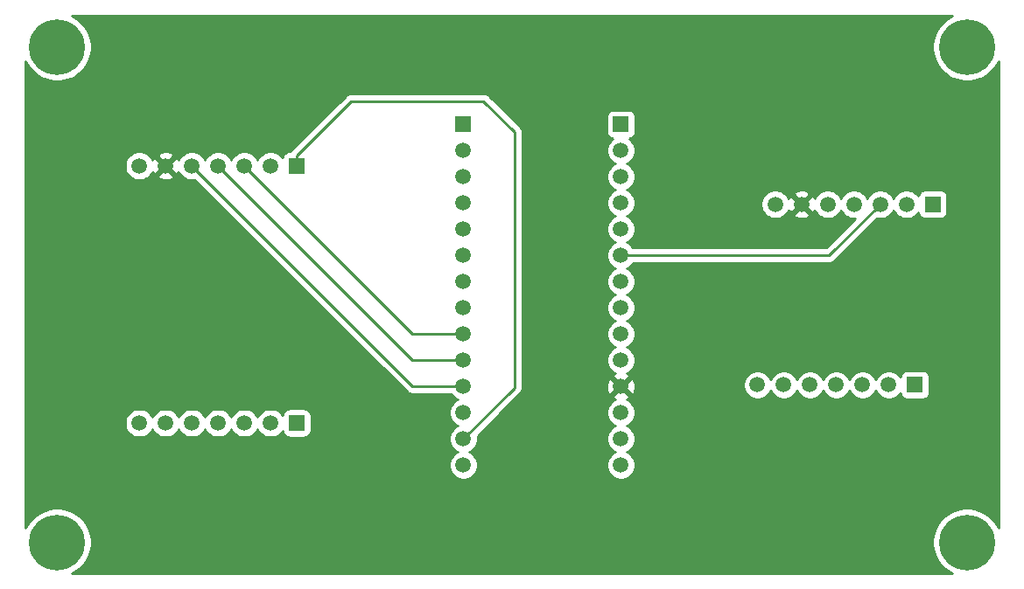
<source format=gbr>
G04 #@! TF.GenerationSoftware,KiCad,Pcbnew,5.1.4+dfsg1-1*
G04 #@! TF.CreationDate,2020-01-05T16:23:31-08:00*
G04 #@! TF.ProjectId,distance_meter_hardware,64697374-616e-4636-955f-6d657465725f,rev?*
G04 #@! TF.SameCoordinates,Original*
G04 #@! TF.FileFunction,Copper,L1,Top*
G04 #@! TF.FilePolarity,Positive*
%FSLAX46Y46*%
G04 Gerber Fmt 4.6, Leading zero omitted, Abs format (unit mm)*
G04 Created by KiCad (PCBNEW 5.1.4+dfsg1-1) date 2020-01-05 16:23:31*
%MOMM*%
%LPD*%
G04 APERTURE LIST*
%ADD10C,1.520000*%
%ADD11R,1.520000X1.520000*%
%ADD12C,5.400000*%
%ADD13C,0.254000*%
G04 APERTURE END LIST*
D10*
X131640000Y-60020005D03*
X134180000Y-60020005D03*
X136720000Y-60020005D03*
X139260000Y-60020005D03*
X141800000Y-60020005D03*
X144340000Y-60020005D03*
D11*
X146880000Y-60020005D03*
X145150000Y-77520005D03*
D10*
X142610000Y-77520005D03*
X140070000Y-77520005D03*
X137530000Y-77520005D03*
X134990000Y-77520005D03*
X132450000Y-77520005D03*
X129910000Y-77520005D03*
X101470000Y-85280000D03*
X101470000Y-82740000D03*
X101470000Y-80200000D03*
X101470000Y-77660000D03*
X101470000Y-75120000D03*
X101470000Y-72580000D03*
X101470000Y-70040000D03*
X101470000Y-67500000D03*
X101470000Y-64960000D03*
X101470000Y-62420000D03*
X101470000Y-59880000D03*
X101470000Y-57340000D03*
D11*
X101470000Y-52260000D03*
D10*
X101470000Y-54800000D03*
X116710000Y-54800000D03*
D11*
X116710000Y-52260000D03*
D10*
X116710000Y-57340000D03*
X116710000Y-59880000D03*
X116710000Y-62420000D03*
X116710000Y-64960000D03*
X116710000Y-67500000D03*
X116710000Y-70040000D03*
X116710000Y-72580000D03*
X116710000Y-75120000D03*
X116710000Y-77660000D03*
X116710000Y-80200000D03*
X116710000Y-82740000D03*
X116710000Y-85280000D03*
D11*
X85350000Y-56300000D03*
D10*
X82810000Y-56300000D03*
X80270000Y-56300000D03*
X77730000Y-56300000D03*
X75190000Y-56300000D03*
X72650000Y-56300000D03*
X70110000Y-56300000D03*
X70110000Y-81210000D03*
X72650000Y-81210000D03*
X75190000Y-81210000D03*
X77730000Y-81210000D03*
X80270000Y-81210000D03*
X82810000Y-81210000D03*
D11*
X85350000Y-81210000D03*
D12*
X150170000Y-44770000D03*
X150170000Y-92770000D03*
X62170000Y-92770000D03*
X62170000Y-44770000D03*
D13*
X136860005Y-64960000D02*
X141800000Y-60020005D01*
X116710000Y-64960000D02*
X136860005Y-64960000D01*
X85350000Y-55286000D02*
X90616000Y-50020000D01*
X85350000Y-56300000D02*
X85350000Y-55286000D01*
X90616000Y-50020000D02*
X103420000Y-50020000D01*
X103420000Y-50020000D02*
X106420000Y-53020000D01*
X106420000Y-77790000D02*
X101470000Y-82740000D01*
X106420000Y-53020000D02*
X106420000Y-77790000D01*
X96550000Y-77660000D02*
X75190000Y-56300000D01*
X101470000Y-77660000D02*
X96550000Y-77660000D01*
X96550000Y-75120000D02*
X77730000Y-56300000D01*
X101470000Y-75120000D02*
X96550000Y-75120000D01*
X96550000Y-72580000D02*
X80270000Y-56300000D01*
X101470000Y-72580000D02*
X96550000Y-72580000D01*
G36*
X148590285Y-41814561D02*
G01*
X148044061Y-42179536D01*
X147579536Y-42644061D01*
X147214561Y-43190285D01*
X146963162Y-43797216D01*
X146835000Y-44441531D01*
X146835000Y-45098469D01*
X146963162Y-45742784D01*
X147214561Y-46349715D01*
X147579536Y-46895939D01*
X148044061Y-47360464D01*
X148590285Y-47725439D01*
X149197216Y-47976838D01*
X149841531Y-48105000D01*
X150498469Y-48105000D01*
X151142784Y-47976838D01*
X151749715Y-47725439D01*
X152295939Y-47360464D01*
X152760464Y-46895939D01*
X153125439Y-46349715D01*
X153210000Y-46145567D01*
X153210001Y-91394436D01*
X153125439Y-91190285D01*
X152760464Y-90644061D01*
X152295939Y-90179536D01*
X151749715Y-89814561D01*
X151142784Y-89563162D01*
X150498469Y-89435000D01*
X149841531Y-89435000D01*
X149197216Y-89563162D01*
X148590285Y-89814561D01*
X148044061Y-90179536D01*
X147579536Y-90644061D01*
X147214561Y-91190285D01*
X146963162Y-91797216D01*
X146835000Y-92441531D01*
X146835000Y-93098469D01*
X146963162Y-93742784D01*
X147214561Y-94349715D01*
X147579536Y-94895939D01*
X148044061Y-95360464D01*
X148590285Y-95725439D01*
X148794433Y-95810000D01*
X63545567Y-95810000D01*
X63749715Y-95725439D01*
X64295939Y-95360464D01*
X64760464Y-94895939D01*
X65125439Y-94349715D01*
X65376838Y-93742784D01*
X65505000Y-93098469D01*
X65505000Y-92441531D01*
X65376838Y-91797216D01*
X65125439Y-91190285D01*
X64760464Y-90644061D01*
X64295939Y-90179536D01*
X63749715Y-89814561D01*
X63142784Y-89563162D01*
X62498469Y-89435000D01*
X61841531Y-89435000D01*
X61197216Y-89563162D01*
X60590285Y-89814561D01*
X60044061Y-90179536D01*
X59579536Y-90644061D01*
X59214561Y-91190285D01*
X59130000Y-91394433D01*
X59130000Y-81072604D01*
X68715000Y-81072604D01*
X68715000Y-81347396D01*
X68768609Y-81616907D01*
X68873767Y-81870780D01*
X69026433Y-82099261D01*
X69220739Y-82293567D01*
X69449220Y-82446233D01*
X69703093Y-82551391D01*
X69972604Y-82605000D01*
X70247396Y-82605000D01*
X70516907Y-82551391D01*
X70770780Y-82446233D01*
X70999261Y-82293567D01*
X71193567Y-82099261D01*
X71346233Y-81870780D01*
X71380000Y-81789260D01*
X71413767Y-81870780D01*
X71566433Y-82099261D01*
X71760739Y-82293567D01*
X71989220Y-82446233D01*
X72243093Y-82551391D01*
X72512604Y-82605000D01*
X72787396Y-82605000D01*
X73056907Y-82551391D01*
X73310780Y-82446233D01*
X73539261Y-82293567D01*
X73733567Y-82099261D01*
X73886233Y-81870780D01*
X73920000Y-81789260D01*
X73953767Y-81870780D01*
X74106433Y-82099261D01*
X74300739Y-82293567D01*
X74529220Y-82446233D01*
X74783093Y-82551391D01*
X75052604Y-82605000D01*
X75327396Y-82605000D01*
X75596907Y-82551391D01*
X75850780Y-82446233D01*
X76079261Y-82293567D01*
X76273567Y-82099261D01*
X76426233Y-81870780D01*
X76460000Y-81789260D01*
X76493767Y-81870780D01*
X76646433Y-82099261D01*
X76840739Y-82293567D01*
X77069220Y-82446233D01*
X77323093Y-82551391D01*
X77592604Y-82605000D01*
X77867396Y-82605000D01*
X78136907Y-82551391D01*
X78390780Y-82446233D01*
X78619261Y-82293567D01*
X78813567Y-82099261D01*
X78966233Y-81870780D01*
X79000000Y-81789260D01*
X79033767Y-81870780D01*
X79186433Y-82099261D01*
X79380739Y-82293567D01*
X79609220Y-82446233D01*
X79863093Y-82551391D01*
X80132604Y-82605000D01*
X80407396Y-82605000D01*
X80676907Y-82551391D01*
X80930780Y-82446233D01*
X81159261Y-82293567D01*
X81353567Y-82099261D01*
X81506233Y-81870780D01*
X81540000Y-81789260D01*
X81573767Y-81870780D01*
X81726433Y-82099261D01*
X81920739Y-82293567D01*
X82149220Y-82446233D01*
X82403093Y-82551391D01*
X82672604Y-82605000D01*
X82947396Y-82605000D01*
X83216907Y-82551391D01*
X83470780Y-82446233D01*
X83699261Y-82293567D01*
X83893567Y-82099261D01*
X83955526Y-82006533D01*
X83964188Y-82094482D01*
X84000498Y-82214180D01*
X84059463Y-82324494D01*
X84138815Y-82421185D01*
X84235506Y-82500537D01*
X84345820Y-82559502D01*
X84465518Y-82595812D01*
X84590000Y-82608072D01*
X86110000Y-82608072D01*
X86234482Y-82595812D01*
X86354180Y-82559502D01*
X86464494Y-82500537D01*
X86561185Y-82421185D01*
X86640537Y-82324494D01*
X86699502Y-82214180D01*
X86735812Y-82094482D01*
X86748072Y-81970000D01*
X86748072Y-80450000D01*
X86735812Y-80325518D01*
X86699502Y-80205820D01*
X86640537Y-80095506D01*
X86561185Y-79998815D01*
X86464494Y-79919463D01*
X86354180Y-79860498D01*
X86234482Y-79824188D01*
X86110000Y-79811928D01*
X84590000Y-79811928D01*
X84465518Y-79824188D01*
X84345820Y-79860498D01*
X84235506Y-79919463D01*
X84138815Y-79998815D01*
X84059463Y-80095506D01*
X84000498Y-80205820D01*
X83964188Y-80325518D01*
X83955526Y-80413467D01*
X83893567Y-80320739D01*
X83699261Y-80126433D01*
X83470780Y-79973767D01*
X83216907Y-79868609D01*
X82947396Y-79815000D01*
X82672604Y-79815000D01*
X82403093Y-79868609D01*
X82149220Y-79973767D01*
X81920739Y-80126433D01*
X81726433Y-80320739D01*
X81573767Y-80549220D01*
X81540000Y-80630740D01*
X81506233Y-80549220D01*
X81353567Y-80320739D01*
X81159261Y-80126433D01*
X80930780Y-79973767D01*
X80676907Y-79868609D01*
X80407396Y-79815000D01*
X80132604Y-79815000D01*
X79863093Y-79868609D01*
X79609220Y-79973767D01*
X79380739Y-80126433D01*
X79186433Y-80320739D01*
X79033767Y-80549220D01*
X79000000Y-80630740D01*
X78966233Y-80549220D01*
X78813567Y-80320739D01*
X78619261Y-80126433D01*
X78390780Y-79973767D01*
X78136907Y-79868609D01*
X77867396Y-79815000D01*
X77592604Y-79815000D01*
X77323093Y-79868609D01*
X77069220Y-79973767D01*
X76840739Y-80126433D01*
X76646433Y-80320739D01*
X76493767Y-80549220D01*
X76460000Y-80630740D01*
X76426233Y-80549220D01*
X76273567Y-80320739D01*
X76079261Y-80126433D01*
X75850780Y-79973767D01*
X75596907Y-79868609D01*
X75327396Y-79815000D01*
X75052604Y-79815000D01*
X74783093Y-79868609D01*
X74529220Y-79973767D01*
X74300739Y-80126433D01*
X74106433Y-80320739D01*
X73953767Y-80549220D01*
X73920000Y-80630740D01*
X73886233Y-80549220D01*
X73733567Y-80320739D01*
X73539261Y-80126433D01*
X73310780Y-79973767D01*
X73056907Y-79868609D01*
X72787396Y-79815000D01*
X72512604Y-79815000D01*
X72243093Y-79868609D01*
X71989220Y-79973767D01*
X71760739Y-80126433D01*
X71566433Y-80320739D01*
X71413767Y-80549220D01*
X71380000Y-80630740D01*
X71346233Y-80549220D01*
X71193567Y-80320739D01*
X70999261Y-80126433D01*
X70770780Y-79973767D01*
X70516907Y-79868609D01*
X70247396Y-79815000D01*
X69972604Y-79815000D01*
X69703093Y-79868609D01*
X69449220Y-79973767D01*
X69220739Y-80126433D01*
X69026433Y-80320739D01*
X68873767Y-80549220D01*
X68768609Y-80803093D01*
X68715000Y-81072604D01*
X59130000Y-81072604D01*
X59130000Y-56162604D01*
X68715000Y-56162604D01*
X68715000Y-56437396D01*
X68768609Y-56706907D01*
X68873767Y-56960780D01*
X69026433Y-57189261D01*
X69220739Y-57383567D01*
X69449220Y-57536233D01*
X69703093Y-57641391D01*
X69972604Y-57695000D01*
X70247396Y-57695000D01*
X70516907Y-57641391D01*
X70770780Y-57536233D01*
X70999261Y-57383567D01*
X71118691Y-57264137D01*
X71865469Y-57264137D01*
X71932206Y-57504025D01*
X72180892Y-57620924D01*
X72447606Y-57687061D01*
X72722097Y-57699895D01*
X72993817Y-57658931D01*
X73252326Y-57565744D01*
X73367794Y-57504025D01*
X73434531Y-57264137D01*
X72650000Y-56479605D01*
X71865469Y-57264137D01*
X71118691Y-57264137D01*
X71193567Y-57189261D01*
X71346233Y-56960780D01*
X71377830Y-56884499D01*
X71384256Y-56902326D01*
X71445975Y-57017794D01*
X71685863Y-57084531D01*
X72470395Y-56300000D01*
X72829605Y-56300000D01*
X73614137Y-57084531D01*
X73854025Y-57017794D01*
X73919600Y-56878293D01*
X73953767Y-56960780D01*
X74106433Y-57189261D01*
X74300739Y-57383567D01*
X74529220Y-57536233D01*
X74783093Y-57641391D01*
X75052604Y-57695000D01*
X75327396Y-57695000D01*
X75477510Y-57665140D01*
X95984716Y-78172346D01*
X96008578Y-78201422D01*
X96082219Y-78261857D01*
X96124607Y-78296645D01*
X96169761Y-78320780D01*
X96256985Y-78367402D01*
X96400622Y-78410974D01*
X96512574Y-78422000D01*
X96512577Y-78422000D01*
X96550000Y-78425686D01*
X96587423Y-78422000D01*
X100301400Y-78422000D01*
X100386433Y-78549261D01*
X100580739Y-78743567D01*
X100809220Y-78896233D01*
X100890740Y-78930000D01*
X100809220Y-78963767D01*
X100580739Y-79116433D01*
X100386433Y-79310739D01*
X100233767Y-79539220D01*
X100128609Y-79793093D01*
X100075000Y-80062604D01*
X100075000Y-80337396D01*
X100128609Y-80606907D01*
X100233767Y-80860780D01*
X100386433Y-81089261D01*
X100580739Y-81283567D01*
X100809220Y-81436233D01*
X100890740Y-81470000D01*
X100809220Y-81503767D01*
X100580739Y-81656433D01*
X100386433Y-81850739D01*
X100233767Y-82079220D01*
X100128609Y-82333093D01*
X100075000Y-82602604D01*
X100075000Y-82877396D01*
X100128609Y-83146907D01*
X100233767Y-83400780D01*
X100386433Y-83629261D01*
X100580739Y-83823567D01*
X100809220Y-83976233D01*
X100890740Y-84010000D01*
X100809220Y-84043767D01*
X100580739Y-84196433D01*
X100386433Y-84390739D01*
X100233767Y-84619220D01*
X100128609Y-84873093D01*
X100075000Y-85142604D01*
X100075000Y-85417396D01*
X100128609Y-85686907D01*
X100233767Y-85940780D01*
X100386433Y-86169261D01*
X100580739Y-86363567D01*
X100809220Y-86516233D01*
X101063093Y-86621391D01*
X101332604Y-86675000D01*
X101607396Y-86675000D01*
X101876907Y-86621391D01*
X102130780Y-86516233D01*
X102359261Y-86363567D01*
X102553567Y-86169261D01*
X102706233Y-85940780D01*
X102811391Y-85686907D01*
X102865000Y-85417396D01*
X102865000Y-85142604D01*
X102811391Y-84873093D01*
X102706233Y-84619220D01*
X102553567Y-84390739D01*
X102359261Y-84196433D01*
X102130780Y-84043767D01*
X102049260Y-84010000D01*
X102130780Y-83976233D01*
X102359261Y-83823567D01*
X102553567Y-83629261D01*
X102706233Y-83400780D01*
X102811391Y-83146907D01*
X102865000Y-82877396D01*
X102865000Y-82602604D01*
X102835140Y-82452490D01*
X105225026Y-80062604D01*
X115315000Y-80062604D01*
X115315000Y-80337396D01*
X115368609Y-80606907D01*
X115473767Y-80860780D01*
X115626433Y-81089261D01*
X115820739Y-81283567D01*
X116049220Y-81436233D01*
X116130740Y-81470000D01*
X116049220Y-81503767D01*
X115820739Y-81656433D01*
X115626433Y-81850739D01*
X115473767Y-82079220D01*
X115368609Y-82333093D01*
X115315000Y-82602604D01*
X115315000Y-82877396D01*
X115368609Y-83146907D01*
X115473767Y-83400780D01*
X115626433Y-83629261D01*
X115820739Y-83823567D01*
X116049220Y-83976233D01*
X116130740Y-84010000D01*
X116049220Y-84043767D01*
X115820739Y-84196433D01*
X115626433Y-84390739D01*
X115473767Y-84619220D01*
X115368609Y-84873093D01*
X115315000Y-85142604D01*
X115315000Y-85417396D01*
X115368609Y-85686907D01*
X115473767Y-85940780D01*
X115626433Y-86169261D01*
X115820739Y-86363567D01*
X116049220Y-86516233D01*
X116303093Y-86621391D01*
X116572604Y-86675000D01*
X116847396Y-86675000D01*
X117116907Y-86621391D01*
X117370780Y-86516233D01*
X117599261Y-86363567D01*
X117793567Y-86169261D01*
X117946233Y-85940780D01*
X118051391Y-85686907D01*
X118105000Y-85417396D01*
X118105000Y-85142604D01*
X118051391Y-84873093D01*
X117946233Y-84619220D01*
X117793567Y-84390739D01*
X117599261Y-84196433D01*
X117370780Y-84043767D01*
X117289260Y-84010000D01*
X117370780Y-83976233D01*
X117599261Y-83823567D01*
X117793567Y-83629261D01*
X117946233Y-83400780D01*
X118051391Y-83146907D01*
X118105000Y-82877396D01*
X118105000Y-82602604D01*
X118051391Y-82333093D01*
X117946233Y-82079220D01*
X117793567Y-81850739D01*
X117599261Y-81656433D01*
X117370780Y-81503767D01*
X117289260Y-81470000D01*
X117370780Y-81436233D01*
X117599261Y-81283567D01*
X117793567Y-81089261D01*
X117946233Y-80860780D01*
X118051391Y-80606907D01*
X118105000Y-80337396D01*
X118105000Y-80062604D01*
X118051391Y-79793093D01*
X117946233Y-79539220D01*
X117793567Y-79310739D01*
X117599261Y-79116433D01*
X117370780Y-78963767D01*
X117294499Y-78932170D01*
X117312326Y-78925744D01*
X117427794Y-78864025D01*
X117494531Y-78624137D01*
X116710000Y-77839605D01*
X115925469Y-78624137D01*
X115992206Y-78864025D01*
X116131707Y-78929600D01*
X116049220Y-78963767D01*
X115820739Y-79116433D01*
X115626433Y-79310739D01*
X115473767Y-79539220D01*
X115368609Y-79793093D01*
X115315000Y-80062604D01*
X105225026Y-80062604D01*
X106932352Y-78355279D01*
X106961422Y-78331422D01*
X107056645Y-78215392D01*
X107127402Y-78083015D01*
X107170974Y-77939378D01*
X107182000Y-77827426D01*
X107182000Y-77827424D01*
X107185686Y-77790001D01*
X107182000Y-77752578D01*
X107182000Y-77732097D01*
X115310105Y-77732097D01*
X115351069Y-78003817D01*
X115444256Y-78262326D01*
X115505975Y-78377794D01*
X115745863Y-78444531D01*
X116530395Y-77660000D01*
X116889605Y-77660000D01*
X117674137Y-78444531D01*
X117914025Y-78377794D01*
X118030924Y-78129108D01*
X118097061Y-77862394D01*
X118109895Y-77587903D01*
X118078946Y-77382609D01*
X128515000Y-77382609D01*
X128515000Y-77657401D01*
X128568609Y-77926912D01*
X128673767Y-78180785D01*
X128826433Y-78409266D01*
X129020739Y-78603572D01*
X129249220Y-78756238D01*
X129503093Y-78861396D01*
X129772604Y-78915005D01*
X130047396Y-78915005D01*
X130316907Y-78861396D01*
X130570780Y-78756238D01*
X130799261Y-78603572D01*
X130993567Y-78409266D01*
X131146233Y-78180785D01*
X131180000Y-78099265D01*
X131213767Y-78180785D01*
X131366433Y-78409266D01*
X131560739Y-78603572D01*
X131789220Y-78756238D01*
X132043093Y-78861396D01*
X132312604Y-78915005D01*
X132587396Y-78915005D01*
X132856907Y-78861396D01*
X133110780Y-78756238D01*
X133339261Y-78603572D01*
X133533567Y-78409266D01*
X133686233Y-78180785D01*
X133720000Y-78099265D01*
X133753767Y-78180785D01*
X133906433Y-78409266D01*
X134100739Y-78603572D01*
X134329220Y-78756238D01*
X134583093Y-78861396D01*
X134852604Y-78915005D01*
X135127396Y-78915005D01*
X135396907Y-78861396D01*
X135650780Y-78756238D01*
X135879261Y-78603572D01*
X136073567Y-78409266D01*
X136226233Y-78180785D01*
X136260000Y-78099265D01*
X136293767Y-78180785D01*
X136446433Y-78409266D01*
X136640739Y-78603572D01*
X136869220Y-78756238D01*
X137123093Y-78861396D01*
X137392604Y-78915005D01*
X137667396Y-78915005D01*
X137936907Y-78861396D01*
X138190780Y-78756238D01*
X138419261Y-78603572D01*
X138613567Y-78409266D01*
X138766233Y-78180785D01*
X138800000Y-78099265D01*
X138833767Y-78180785D01*
X138986433Y-78409266D01*
X139180739Y-78603572D01*
X139409220Y-78756238D01*
X139663093Y-78861396D01*
X139932604Y-78915005D01*
X140207396Y-78915005D01*
X140476907Y-78861396D01*
X140730780Y-78756238D01*
X140959261Y-78603572D01*
X141153567Y-78409266D01*
X141306233Y-78180785D01*
X141340000Y-78099265D01*
X141373767Y-78180785D01*
X141526433Y-78409266D01*
X141720739Y-78603572D01*
X141949220Y-78756238D01*
X142203093Y-78861396D01*
X142472604Y-78915005D01*
X142747396Y-78915005D01*
X143016907Y-78861396D01*
X143270780Y-78756238D01*
X143499261Y-78603572D01*
X143693567Y-78409266D01*
X143755526Y-78316538D01*
X143764188Y-78404487D01*
X143800498Y-78524185D01*
X143859463Y-78634499D01*
X143938815Y-78731190D01*
X144035506Y-78810542D01*
X144145820Y-78869507D01*
X144265518Y-78905817D01*
X144390000Y-78918077D01*
X145910000Y-78918077D01*
X146034482Y-78905817D01*
X146154180Y-78869507D01*
X146264494Y-78810542D01*
X146361185Y-78731190D01*
X146440537Y-78634499D01*
X146499502Y-78524185D01*
X146535812Y-78404487D01*
X146548072Y-78280005D01*
X146548072Y-76760005D01*
X146535812Y-76635523D01*
X146499502Y-76515825D01*
X146440537Y-76405511D01*
X146361185Y-76308820D01*
X146264494Y-76229468D01*
X146154180Y-76170503D01*
X146034482Y-76134193D01*
X145910000Y-76121933D01*
X144390000Y-76121933D01*
X144265518Y-76134193D01*
X144145820Y-76170503D01*
X144035506Y-76229468D01*
X143938815Y-76308820D01*
X143859463Y-76405511D01*
X143800498Y-76515825D01*
X143764188Y-76635523D01*
X143755526Y-76723472D01*
X143693567Y-76630744D01*
X143499261Y-76436438D01*
X143270780Y-76283772D01*
X143016907Y-76178614D01*
X142747396Y-76125005D01*
X142472604Y-76125005D01*
X142203093Y-76178614D01*
X141949220Y-76283772D01*
X141720739Y-76436438D01*
X141526433Y-76630744D01*
X141373767Y-76859225D01*
X141340000Y-76940745D01*
X141306233Y-76859225D01*
X141153567Y-76630744D01*
X140959261Y-76436438D01*
X140730780Y-76283772D01*
X140476907Y-76178614D01*
X140207396Y-76125005D01*
X139932604Y-76125005D01*
X139663093Y-76178614D01*
X139409220Y-76283772D01*
X139180739Y-76436438D01*
X138986433Y-76630744D01*
X138833767Y-76859225D01*
X138800000Y-76940745D01*
X138766233Y-76859225D01*
X138613567Y-76630744D01*
X138419261Y-76436438D01*
X138190780Y-76283772D01*
X137936907Y-76178614D01*
X137667396Y-76125005D01*
X137392604Y-76125005D01*
X137123093Y-76178614D01*
X136869220Y-76283772D01*
X136640739Y-76436438D01*
X136446433Y-76630744D01*
X136293767Y-76859225D01*
X136260000Y-76940745D01*
X136226233Y-76859225D01*
X136073567Y-76630744D01*
X135879261Y-76436438D01*
X135650780Y-76283772D01*
X135396907Y-76178614D01*
X135127396Y-76125005D01*
X134852604Y-76125005D01*
X134583093Y-76178614D01*
X134329220Y-76283772D01*
X134100739Y-76436438D01*
X133906433Y-76630744D01*
X133753767Y-76859225D01*
X133720000Y-76940745D01*
X133686233Y-76859225D01*
X133533567Y-76630744D01*
X133339261Y-76436438D01*
X133110780Y-76283772D01*
X132856907Y-76178614D01*
X132587396Y-76125005D01*
X132312604Y-76125005D01*
X132043093Y-76178614D01*
X131789220Y-76283772D01*
X131560739Y-76436438D01*
X131366433Y-76630744D01*
X131213767Y-76859225D01*
X131180000Y-76940745D01*
X131146233Y-76859225D01*
X130993567Y-76630744D01*
X130799261Y-76436438D01*
X130570780Y-76283772D01*
X130316907Y-76178614D01*
X130047396Y-76125005D01*
X129772604Y-76125005D01*
X129503093Y-76178614D01*
X129249220Y-76283772D01*
X129020739Y-76436438D01*
X128826433Y-76630744D01*
X128673767Y-76859225D01*
X128568609Y-77113098D01*
X128515000Y-77382609D01*
X118078946Y-77382609D01*
X118068931Y-77316183D01*
X117975744Y-77057674D01*
X117914025Y-76942206D01*
X117674137Y-76875469D01*
X116889605Y-77660000D01*
X116530395Y-77660000D01*
X115745863Y-76875469D01*
X115505975Y-76942206D01*
X115389076Y-77190892D01*
X115322939Y-77457606D01*
X115310105Y-77732097D01*
X107182000Y-77732097D01*
X107182000Y-53057423D01*
X107185686Y-53020000D01*
X107182000Y-52982574D01*
X107170974Y-52870622D01*
X107127402Y-52726985D01*
X107056646Y-52594609D01*
X107056645Y-52594607D01*
X107021857Y-52552219D01*
X106961422Y-52478578D01*
X106932347Y-52454717D01*
X105977630Y-51500000D01*
X115311928Y-51500000D01*
X115311928Y-53020000D01*
X115324188Y-53144482D01*
X115360498Y-53264180D01*
X115419463Y-53374494D01*
X115498815Y-53471185D01*
X115595506Y-53550537D01*
X115705820Y-53609502D01*
X115825518Y-53645812D01*
X115913467Y-53654474D01*
X115820739Y-53716433D01*
X115626433Y-53910739D01*
X115473767Y-54139220D01*
X115368609Y-54393093D01*
X115315000Y-54662604D01*
X115315000Y-54937396D01*
X115368609Y-55206907D01*
X115473767Y-55460780D01*
X115626433Y-55689261D01*
X115820739Y-55883567D01*
X116049220Y-56036233D01*
X116130740Y-56070000D01*
X116049220Y-56103767D01*
X115820739Y-56256433D01*
X115626433Y-56450739D01*
X115473767Y-56679220D01*
X115368609Y-56933093D01*
X115315000Y-57202604D01*
X115315000Y-57477396D01*
X115368609Y-57746907D01*
X115473767Y-58000780D01*
X115626433Y-58229261D01*
X115820739Y-58423567D01*
X116049220Y-58576233D01*
X116130740Y-58610000D01*
X116049220Y-58643767D01*
X115820739Y-58796433D01*
X115626433Y-58990739D01*
X115473767Y-59219220D01*
X115368609Y-59473093D01*
X115315000Y-59742604D01*
X115315000Y-60017396D01*
X115368609Y-60286907D01*
X115473767Y-60540780D01*
X115626433Y-60769261D01*
X115820739Y-60963567D01*
X116049220Y-61116233D01*
X116130740Y-61150000D01*
X116049220Y-61183767D01*
X115820739Y-61336433D01*
X115626433Y-61530739D01*
X115473767Y-61759220D01*
X115368609Y-62013093D01*
X115315000Y-62282604D01*
X115315000Y-62557396D01*
X115368609Y-62826907D01*
X115473767Y-63080780D01*
X115626433Y-63309261D01*
X115820739Y-63503567D01*
X116049220Y-63656233D01*
X116130740Y-63690000D01*
X116049220Y-63723767D01*
X115820739Y-63876433D01*
X115626433Y-64070739D01*
X115473767Y-64299220D01*
X115368609Y-64553093D01*
X115315000Y-64822604D01*
X115315000Y-65097396D01*
X115368609Y-65366907D01*
X115473767Y-65620780D01*
X115626433Y-65849261D01*
X115820739Y-66043567D01*
X116049220Y-66196233D01*
X116130740Y-66230000D01*
X116049220Y-66263767D01*
X115820739Y-66416433D01*
X115626433Y-66610739D01*
X115473767Y-66839220D01*
X115368609Y-67093093D01*
X115315000Y-67362604D01*
X115315000Y-67637396D01*
X115368609Y-67906907D01*
X115473767Y-68160780D01*
X115626433Y-68389261D01*
X115820739Y-68583567D01*
X116049220Y-68736233D01*
X116130740Y-68770000D01*
X116049220Y-68803767D01*
X115820739Y-68956433D01*
X115626433Y-69150739D01*
X115473767Y-69379220D01*
X115368609Y-69633093D01*
X115315000Y-69902604D01*
X115315000Y-70177396D01*
X115368609Y-70446907D01*
X115473767Y-70700780D01*
X115626433Y-70929261D01*
X115820739Y-71123567D01*
X116049220Y-71276233D01*
X116130740Y-71310000D01*
X116049220Y-71343767D01*
X115820739Y-71496433D01*
X115626433Y-71690739D01*
X115473767Y-71919220D01*
X115368609Y-72173093D01*
X115315000Y-72442604D01*
X115315000Y-72717396D01*
X115368609Y-72986907D01*
X115473767Y-73240780D01*
X115626433Y-73469261D01*
X115820739Y-73663567D01*
X116049220Y-73816233D01*
X116130740Y-73850000D01*
X116049220Y-73883767D01*
X115820739Y-74036433D01*
X115626433Y-74230739D01*
X115473767Y-74459220D01*
X115368609Y-74713093D01*
X115315000Y-74982604D01*
X115315000Y-75257396D01*
X115368609Y-75526907D01*
X115473767Y-75780780D01*
X115626433Y-76009261D01*
X115820739Y-76203567D01*
X116049220Y-76356233D01*
X116125501Y-76387830D01*
X116107674Y-76394256D01*
X115992206Y-76455975D01*
X115925469Y-76695863D01*
X116710000Y-77480395D01*
X117494531Y-76695863D01*
X117427794Y-76455975D01*
X117288293Y-76390400D01*
X117370780Y-76356233D01*
X117599261Y-76203567D01*
X117793567Y-76009261D01*
X117946233Y-75780780D01*
X118051391Y-75526907D01*
X118105000Y-75257396D01*
X118105000Y-74982604D01*
X118051391Y-74713093D01*
X117946233Y-74459220D01*
X117793567Y-74230739D01*
X117599261Y-74036433D01*
X117370780Y-73883767D01*
X117289260Y-73850000D01*
X117370780Y-73816233D01*
X117599261Y-73663567D01*
X117793567Y-73469261D01*
X117946233Y-73240780D01*
X118051391Y-72986907D01*
X118105000Y-72717396D01*
X118105000Y-72442604D01*
X118051391Y-72173093D01*
X117946233Y-71919220D01*
X117793567Y-71690739D01*
X117599261Y-71496433D01*
X117370780Y-71343767D01*
X117289260Y-71310000D01*
X117370780Y-71276233D01*
X117599261Y-71123567D01*
X117793567Y-70929261D01*
X117946233Y-70700780D01*
X118051391Y-70446907D01*
X118105000Y-70177396D01*
X118105000Y-69902604D01*
X118051391Y-69633093D01*
X117946233Y-69379220D01*
X117793567Y-69150739D01*
X117599261Y-68956433D01*
X117370780Y-68803767D01*
X117289260Y-68770000D01*
X117370780Y-68736233D01*
X117599261Y-68583567D01*
X117793567Y-68389261D01*
X117946233Y-68160780D01*
X118051391Y-67906907D01*
X118105000Y-67637396D01*
X118105000Y-67362604D01*
X118051391Y-67093093D01*
X117946233Y-66839220D01*
X117793567Y-66610739D01*
X117599261Y-66416433D01*
X117370780Y-66263767D01*
X117289260Y-66230000D01*
X117370780Y-66196233D01*
X117599261Y-66043567D01*
X117793567Y-65849261D01*
X117878600Y-65722000D01*
X136822582Y-65722000D01*
X136860005Y-65725686D01*
X136897428Y-65722000D01*
X136897431Y-65722000D01*
X137009383Y-65710974D01*
X137153020Y-65667402D01*
X137285397Y-65596645D01*
X137401427Y-65501422D01*
X137425289Y-65472346D01*
X141512490Y-61385146D01*
X141662604Y-61415005D01*
X141937396Y-61415005D01*
X142206907Y-61361396D01*
X142460780Y-61256238D01*
X142689261Y-61103572D01*
X142883567Y-60909266D01*
X143036233Y-60680785D01*
X143070000Y-60599265D01*
X143103767Y-60680785D01*
X143256433Y-60909266D01*
X143450739Y-61103572D01*
X143679220Y-61256238D01*
X143933093Y-61361396D01*
X144202604Y-61415005D01*
X144477396Y-61415005D01*
X144746907Y-61361396D01*
X145000780Y-61256238D01*
X145229261Y-61103572D01*
X145423567Y-60909266D01*
X145485526Y-60816538D01*
X145494188Y-60904487D01*
X145530498Y-61024185D01*
X145589463Y-61134499D01*
X145668815Y-61231190D01*
X145765506Y-61310542D01*
X145875820Y-61369507D01*
X145995518Y-61405817D01*
X146120000Y-61418077D01*
X147640000Y-61418077D01*
X147764482Y-61405817D01*
X147884180Y-61369507D01*
X147994494Y-61310542D01*
X148091185Y-61231190D01*
X148170537Y-61134499D01*
X148229502Y-61024185D01*
X148265812Y-60904487D01*
X148278072Y-60780005D01*
X148278072Y-59260005D01*
X148265812Y-59135523D01*
X148229502Y-59015825D01*
X148170537Y-58905511D01*
X148091185Y-58808820D01*
X147994494Y-58729468D01*
X147884180Y-58670503D01*
X147764482Y-58634193D01*
X147640000Y-58621933D01*
X146120000Y-58621933D01*
X145995518Y-58634193D01*
X145875820Y-58670503D01*
X145765506Y-58729468D01*
X145668815Y-58808820D01*
X145589463Y-58905511D01*
X145530498Y-59015825D01*
X145494188Y-59135523D01*
X145485526Y-59223472D01*
X145423567Y-59130744D01*
X145229261Y-58936438D01*
X145000780Y-58783772D01*
X144746907Y-58678614D01*
X144477396Y-58625005D01*
X144202604Y-58625005D01*
X143933093Y-58678614D01*
X143679220Y-58783772D01*
X143450739Y-58936438D01*
X143256433Y-59130744D01*
X143103767Y-59359225D01*
X143070000Y-59440745D01*
X143036233Y-59359225D01*
X142883567Y-59130744D01*
X142689261Y-58936438D01*
X142460780Y-58783772D01*
X142206907Y-58678614D01*
X141937396Y-58625005D01*
X141662604Y-58625005D01*
X141393093Y-58678614D01*
X141139220Y-58783772D01*
X140910739Y-58936438D01*
X140716433Y-59130744D01*
X140563767Y-59359225D01*
X140530000Y-59440745D01*
X140496233Y-59359225D01*
X140343567Y-59130744D01*
X140149261Y-58936438D01*
X139920780Y-58783772D01*
X139666907Y-58678614D01*
X139397396Y-58625005D01*
X139122604Y-58625005D01*
X138853093Y-58678614D01*
X138599220Y-58783772D01*
X138370739Y-58936438D01*
X138176433Y-59130744D01*
X138023767Y-59359225D01*
X137990000Y-59440745D01*
X137956233Y-59359225D01*
X137803567Y-59130744D01*
X137609261Y-58936438D01*
X137380780Y-58783772D01*
X137126907Y-58678614D01*
X136857396Y-58625005D01*
X136582604Y-58625005D01*
X136313093Y-58678614D01*
X136059220Y-58783772D01*
X135830739Y-58936438D01*
X135636433Y-59130744D01*
X135483767Y-59359225D01*
X135452170Y-59435506D01*
X135445744Y-59417679D01*
X135384025Y-59302211D01*
X135144137Y-59235474D01*
X134359605Y-60020005D01*
X135144137Y-60804536D01*
X135384025Y-60737799D01*
X135449600Y-60598298D01*
X135483767Y-60680785D01*
X135636433Y-60909266D01*
X135830739Y-61103572D01*
X136059220Y-61256238D01*
X136313093Y-61361396D01*
X136582604Y-61415005D01*
X136857396Y-61415005D01*
X137126907Y-61361396D01*
X137380780Y-61256238D01*
X137609261Y-61103572D01*
X137803567Y-60909266D01*
X137956233Y-60680785D01*
X137990000Y-60599265D01*
X138023767Y-60680785D01*
X138176433Y-60909266D01*
X138370739Y-61103572D01*
X138599220Y-61256238D01*
X138853093Y-61361396D01*
X139122604Y-61415005D01*
X139327369Y-61415005D01*
X136544375Y-64198000D01*
X117878600Y-64198000D01*
X117793567Y-64070739D01*
X117599261Y-63876433D01*
X117370780Y-63723767D01*
X117289260Y-63690000D01*
X117370780Y-63656233D01*
X117599261Y-63503567D01*
X117793567Y-63309261D01*
X117946233Y-63080780D01*
X118051391Y-62826907D01*
X118105000Y-62557396D01*
X118105000Y-62282604D01*
X118051391Y-62013093D01*
X117946233Y-61759220D01*
X117793567Y-61530739D01*
X117599261Y-61336433D01*
X117370780Y-61183767D01*
X117289260Y-61150000D01*
X117370780Y-61116233D01*
X117599261Y-60963567D01*
X117793567Y-60769261D01*
X117946233Y-60540780D01*
X118051391Y-60286907D01*
X118105000Y-60017396D01*
X118105000Y-59882609D01*
X130245000Y-59882609D01*
X130245000Y-60157401D01*
X130298609Y-60426912D01*
X130403767Y-60680785D01*
X130556433Y-60909266D01*
X130750739Y-61103572D01*
X130979220Y-61256238D01*
X131233093Y-61361396D01*
X131502604Y-61415005D01*
X131777396Y-61415005D01*
X132046907Y-61361396D01*
X132300780Y-61256238D01*
X132529261Y-61103572D01*
X132648691Y-60984142D01*
X133395469Y-60984142D01*
X133462206Y-61224030D01*
X133710892Y-61340929D01*
X133977606Y-61407066D01*
X134252097Y-61419900D01*
X134523817Y-61378936D01*
X134782326Y-61285749D01*
X134897794Y-61224030D01*
X134964531Y-60984142D01*
X134180000Y-60199610D01*
X133395469Y-60984142D01*
X132648691Y-60984142D01*
X132723567Y-60909266D01*
X132876233Y-60680785D01*
X132907830Y-60604504D01*
X132914256Y-60622331D01*
X132975975Y-60737799D01*
X133215863Y-60804536D01*
X134000395Y-60020005D01*
X133215863Y-59235474D01*
X132975975Y-59302211D01*
X132910400Y-59441712D01*
X132876233Y-59359225D01*
X132723567Y-59130744D01*
X132648691Y-59055868D01*
X133395469Y-59055868D01*
X134180000Y-59840400D01*
X134964531Y-59055868D01*
X134897794Y-58815980D01*
X134649108Y-58699081D01*
X134382394Y-58632944D01*
X134107903Y-58620110D01*
X133836183Y-58661074D01*
X133577674Y-58754261D01*
X133462206Y-58815980D01*
X133395469Y-59055868D01*
X132648691Y-59055868D01*
X132529261Y-58936438D01*
X132300780Y-58783772D01*
X132046907Y-58678614D01*
X131777396Y-58625005D01*
X131502604Y-58625005D01*
X131233093Y-58678614D01*
X130979220Y-58783772D01*
X130750739Y-58936438D01*
X130556433Y-59130744D01*
X130403767Y-59359225D01*
X130298609Y-59613098D01*
X130245000Y-59882609D01*
X118105000Y-59882609D01*
X118105000Y-59742604D01*
X118051391Y-59473093D01*
X117946233Y-59219220D01*
X117793567Y-58990739D01*
X117599261Y-58796433D01*
X117370780Y-58643767D01*
X117289260Y-58610000D01*
X117370780Y-58576233D01*
X117599261Y-58423567D01*
X117793567Y-58229261D01*
X117946233Y-58000780D01*
X118051391Y-57746907D01*
X118105000Y-57477396D01*
X118105000Y-57202604D01*
X118051391Y-56933093D01*
X117946233Y-56679220D01*
X117793567Y-56450739D01*
X117599261Y-56256433D01*
X117370780Y-56103767D01*
X117289260Y-56070000D01*
X117370780Y-56036233D01*
X117599261Y-55883567D01*
X117793567Y-55689261D01*
X117946233Y-55460780D01*
X118051391Y-55206907D01*
X118105000Y-54937396D01*
X118105000Y-54662604D01*
X118051391Y-54393093D01*
X117946233Y-54139220D01*
X117793567Y-53910739D01*
X117599261Y-53716433D01*
X117506533Y-53654474D01*
X117594482Y-53645812D01*
X117714180Y-53609502D01*
X117824494Y-53550537D01*
X117921185Y-53471185D01*
X118000537Y-53374494D01*
X118059502Y-53264180D01*
X118095812Y-53144482D01*
X118108072Y-53020000D01*
X118108072Y-51500000D01*
X118095812Y-51375518D01*
X118059502Y-51255820D01*
X118000537Y-51145506D01*
X117921185Y-51048815D01*
X117824494Y-50969463D01*
X117714180Y-50910498D01*
X117594482Y-50874188D01*
X117470000Y-50861928D01*
X115950000Y-50861928D01*
X115825518Y-50874188D01*
X115705820Y-50910498D01*
X115595506Y-50969463D01*
X115498815Y-51048815D01*
X115419463Y-51145506D01*
X115360498Y-51255820D01*
X115324188Y-51375518D01*
X115311928Y-51500000D01*
X105977630Y-51500000D01*
X103985284Y-49507654D01*
X103961422Y-49478578D01*
X103845392Y-49383355D01*
X103713015Y-49312598D01*
X103569378Y-49269026D01*
X103457426Y-49258000D01*
X103457423Y-49258000D01*
X103420000Y-49254314D01*
X103382577Y-49258000D01*
X90653423Y-49258000D01*
X90616000Y-49254314D01*
X90578577Y-49258000D01*
X90578574Y-49258000D01*
X90466622Y-49269026D01*
X90322985Y-49312598D01*
X90261364Y-49345535D01*
X90190607Y-49383355D01*
X90148219Y-49418143D01*
X90074578Y-49478578D01*
X90050716Y-49507654D01*
X84837649Y-54720721D01*
X84808579Y-54744578D01*
X84784722Y-54773648D01*
X84784721Y-54773649D01*
X84713355Y-54860608D01*
X84691269Y-54901928D01*
X84590000Y-54901928D01*
X84465518Y-54914188D01*
X84345820Y-54950498D01*
X84235506Y-55009463D01*
X84138815Y-55088815D01*
X84059463Y-55185506D01*
X84000498Y-55295820D01*
X83964188Y-55415518D01*
X83955526Y-55503467D01*
X83893567Y-55410739D01*
X83699261Y-55216433D01*
X83470780Y-55063767D01*
X83216907Y-54958609D01*
X82947396Y-54905000D01*
X82672604Y-54905000D01*
X82403093Y-54958609D01*
X82149220Y-55063767D01*
X81920739Y-55216433D01*
X81726433Y-55410739D01*
X81573767Y-55639220D01*
X81540000Y-55720740D01*
X81506233Y-55639220D01*
X81353567Y-55410739D01*
X81159261Y-55216433D01*
X80930780Y-55063767D01*
X80676907Y-54958609D01*
X80407396Y-54905000D01*
X80132604Y-54905000D01*
X79863093Y-54958609D01*
X79609220Y-55063767D01*
X79380739Y-55216433D01*
X79186433Y-55410739D01*
X79033767Y-55639220D01*
X79000000Y-55720740D01*
X78966233Y-55639220D01*
X78813567Y-55410739D01*
X78619261Y-55216433D01*
X78390780Y-55063767D01*
X78136907Y-54958609D01*
X77867396Y-54905000D01*
X77592604Y-54905000D01*
X77323093Y-54958609D01*
X77069220Y-55063767D01*
X76840739Y-55216433D01*
X76646433Y-55410739D01*
X76493767Y-55639220D01*
X76460000Y-55720740D01*
X76426233Y-55639220D01*
X76273567Y-55410739D01*
X76079261Y-55216433D01*
X75850780Y-55063767D01*
X75596907Y-54958609D01*
X75327396Y-54905000D01*
X75052604Y-54905000D01*
X74783093Y-54958609D01*
X74529220Y-55063767D01*
X74300739Y-55216433D01*
X74106433Y-55410739D01*
X73953767Y-55639220D01*
X73922170Y-55715501D01*
X73915744Y-55697674D01*
X73854025Y-55582206D01*
X73614137Y-55515469D01*
X72829605Y-56300000D01*
X72470395Y-56300000D01*
X71685863Y-55515469D01*
X71445975Y-55582206D01*
X71380400Y-55721707D01*
X71346233Y-55639220D01*
X71193567Y-55410739D01*
X71118691Y-55335863D01*
X71865469Y-55335863D01*
X72650000Y-56120395D01*
X73434531Y-55335863D01*
X73367794Y-55095975D01*
X73119108Y-54979076D01*
X72852394Y-54912939D01*
X72577903Y-54900105D01*
X72306183Y-54941069D01*
X72047674Y-55034256D01*
X71932206Y-55095975D01*
X71865469Y-55335863D01*
X71118691Y-55335863D01*
X70999261Y-55216433D01*
X70770780Y-55063767D01*
X70516907Y-54958609D01*
X70247396Y-54905000D01*
X69972604Y-54905000D01*
X69703093Y-54958609D01*
X69449220Y-55063767D01*
X69220739Y-55216433D01*
X69026433Y-55410739D01*
X68873767Y-55639220D01*
X68768609Y-55893093D01*
X68715000Y-56162604D01*
X59130000Y-56162604D01*
X59130000Y-46145567D01*
X59214561Y-46349715D01*
X59579536Y-46895939D01*
X60044061Y-47360464D01*
X60590285Y-47725439D01*
X61197216Y-47976838D01*
X61841531Y-48105000D01*
X62498469Y-48105000D01*
X63142784Y-47976838D01*
X63749715Y-47725439D01*
X64295939Y-47360464D01*
X64760464Y-46895939D01*
X65125439Y-46349715D01*
X65376838Y-45742784D01*
X65505000Y-45098469D01*
X65505000Y-44441531D01*
X65376838Y-43797216D01*
X65125439Y-43190285D01*
X64760464Y-42644061D01*
X64295939Y-42179536D01*
X63749715Y-41814561D01*
X63545567Y-41730000D01*
X148794433Y-41730000D01*
X148590285Y-41814561D01*
X148590285Y-41814561D01*
G37*
X148590285Y-41814561D02*
X148044061Y-42179536D01*
X147579536Y-42644061D01*
X147214561Y-43190285D01*
X146963162Y-43797216D01*
X146835000Y-44441531D01*
X146835000Y-45098469D01*
X146963162Y-45742784D01*
X147214561Y-46349715D01*
X147579536Y-46895939D01*
X148044061Y-47360464D01*
X148590285Y-47725439D01*
X149197216Y-47976838D01*
X149841531Y-48105000D01*
X150498469Y-48105000D01*
X151142784Y-47976838D01*
X151749715Y-47725439D01*
X152295939Y-47360464D01*
X152760464Y-46895939D01*
X153125439Y-46349715D01*
X153210000Y-46145567D01*
X153210001Y-91394436D01*
X153125439Y-91190285D01*
X152760464Y-90644061D01*
X152295939Y-90179536D01*
X151749715Y-89814561D01*
X151142784Y-89563162D01*
X150498469Y-89435000D01*
X149841531Y-89435000D01*
X149197216Y-89563162D01*
X148590285Y-89814561D01*
X148044061Y-90179536D01*
X147579536Y-90644061D01*
X147214561Y-91190285D01*
X146963162Y-91797216D01*
X146835000Y-92441531D01*
X146835000Y-93098469D01*
X146963162Y-93742784D01*
X147214561Y-94349715D01*
X147579536Y-94895939D01*
X148044061Y-95360464D01*
X148590285Y-95725439D01*
X148794433Y-95810000D01*
X63545567Y-95810000D01*
X63749715Y-95725439D01*
X64295939Y-95360464D01*
X64760464Y-94895939D01*
X65125439Y-94349715D01*
X65376838Y-93742784D01*
X65505000Y-93098469D01*
X65505000Y-92441531D01*
X65376838Y-91797216D01*
X65125439Y-91190285D01*
X64760464Y-90644061D01*
X64295939Y-90179536D01*
X63749715Y-89814561D01*
X63142784Y-89563162D01*
X62498469Y-89435000D01*
X61841531Y-89435000D01*
X61197216Y-89563162D01*
X60590285Y-89814561D01*
X60044061Y-90179536D01*
X59579536Y-90644061D01*
X59214561Y-91190285D01*
X59130000Y-91394433D01*
X59130000Y-81072604D01*
X68715000Y-81072604D01*
X68715000Y-81347396D01*
X68768609Y-81616907D01*
X68873767Y-81870780D01*
X69026433Y-82099261D01*
X69220739Y-82293567D01*
X69449220Y-82446233D01*
X69703093Y-82551391D01*
X69972604Y-82605000D01*
X70247396Y-82605000D01*
X70516907Y-82551391D01*
X70770780Y-82446233D01*
X70999261Y-82293567D01*
X71193567Y-82099261D01*
X71346233Y-81870780D01*
X71380000Y-81789260D01*
X71413767Y-81870780D01*
X71566433Y-82099261D01*
X71760739Y-82293567D01*
X71989220Y-82446233D01*
X72243093Y-82551391D01*
X72512604Y-82605000D01*
X72787396Y-82605000D01*
X73056907Y-82551391D01*
X73310780Y-82446233D01*
X73539261Y-82293567D01*
X73733567Y-82099261D01*
X73886233Y-81870780D01*
X73920000Y-81789260D01*
X73953767Y-81870780D01*
X74106433Y-82099261D01*
X74300739Y-82293567D01*
X74529220Y-82446233D01*
X74783093Y-82551391D01*
X75052604Y-82605000D01*
X75327396Y-82605000D01*
X75596907Y-82551391D01*
X75850780Y-82446233D01*
X76079261Y-82293567D01*
X76273567Y-82099261D01*
X76426233Y-81870780D01*
X76460000Y-81789260D01*
X76493767Y-81870780D01*
X76646433Y-82099261D01*
X76840739Y-82293567D01*
X77069220Y-82446233D01*
X77323093Y-82551391D01*
X77592604Y-82605000D01*
X77867396Y-82605000D01*
X78136907Y-82551391D01*
X78390780Y-82446233D01*
X78619261Y-82293567D01*
X78813567Y-82099261D01*
X78966233Y-81870780D01*
X79000000Y-81789260D01*
X79033767Y-81870780D01*
X79186433Y-82099261D01*
X79380739Y-82293567D01*
X79609220Y-82446233D01*
X79863093Y-82551391D01*
X80132604Y-82605000D01*
X80407396Y-82605000D01*
X80676907Y-82551391D01*
X80930780Y-82446233D01*
X81159261Y-82293567D01*
X81353567Y-82099261D01*
X81506233Y-81870780D01*
X81540000Y-81789260D01*
X81573767Y-81870780D01*
X81726433Y-82099261D01*
X81920739Y-82293567D01*
X82149220Y-82446233D01*
X82403093Y-82551391D01*
X82672604Y-82605000D01*
X82947396Y-82605000D01*
X83216907Y-82551391D01*
X83470780Y-82446233D01*
X83699261Y-82293567D01*
X83893567Y-82099261D01*
X83955526Y-82006533D01*
X83964188Y-82094482D01*
X84000498Y-82214180D01*
X84059463Y-82324494D01*
X84138815Y-82421185D01*
X84235506Y-82500537D01*
X84345820Y-82559502D01*
X84465518Y-82595812D01*
X84590000Y-82608072D01*
X86110000Y-82608072D01*
X86234482Y-82595812D01*
X86354180Y-82559502D01*
X86464494Y-82500537D01*
X86561185Y-82421185D01*
X86640537Y-82324494D01*
X86699502Y-82214180D01*
X86735812Y-82094482D01*
X86748072Y-81970000D01*
X86748072Y-80450000D01*
X86735812Y-80325518D01*
X86699502Y-80205820D01*
X86640537Y-80095506D01*
X86561185Y-79998815D01*
X86464494Y-79919463D01*
X86354180Y-79860498D01*
X86234482Y-79824188D01*
X86110000Y-79811928D01*
X84590000Y-79811928D01*
X84465518Y-79824188D01*
X84345820Y-79860498D01*
X84235506Y-79919463D01*
X84138815Y-79998815D01*
X84059463Y-80095506D01*
X84000498Y-80205820D01*
X83964188Y-80325518D01*
X83955526Y-80413467D01*
X83893567Y-80320739D01*
X83699261Y-80126433D01*
X83470780Y-79973767D01*
X83216907Y-79868609D01*
X82947396Y-79815000D01*
X82672604Y-79815000D01*
X82403093Y-79868609D01*
X82149220Y-79973767D01*
X81920739Y-80126433D01*
X81726433Y-80320739D01*
X81573767Y-80549220D01*
X81540000Y-80630740D01*
X81506233Y-80549220D01*
X81353567Y-80320739D01*
X81159261Y-80126433D01*
X80930780Y-79973767D01*
X80676907Y-79868609D01*
X80407396Y-79815000D01*
X80132604Y-79815000D01*
X79863093Y-79868609D01*
X79609220Y-79973767D01*
X79380739Y-80126433D01*
X79186433Y-80320739D01*
X79033767Y-80549220D01*
X79000000Y-80630740D01*
X78966233Y-80549220D01*
X78813567Y-80320739D01*
X78619261Y-80126433D01*
X78390780Y-79973767D01*
X78136907Y-79868609D01*
X77867396Y-79815000D01*
X77592604Y-79815000D01*
X77323093Y-79868609D01*
X77069220Y-79973767D01*
X76840739Y-80126433D01*
X76646433Y-80320739D01*
X76493767Y-80549220D01*
X76460000Y-80630740D01*
X76426233Y-80549220D01*
X76273567Y-80320739D01*
X76079261Y-80126433D01*
X75850780Y-79973767D01*
X75596907Y-79868609D01*
X75327396Y-79815000D01*
X75052604Y-79815000D01*
X74783093Y-79868609D01*
X74529220Y-79973767D01*
X74300739Y-80126433D01*
X74106433Y-80320739D01*
X73953767Y-80549220D01*
X73920000Y-80630740D01*
X73886233Y-80549220D01*
X73733567Y-80320739D01*
X73539261Y-80126433D01*
X73310780Y-79973767D01*
X73056907Y-79868609D01*
X72787396Y-79815000D01*
X72512604Y-79815000D01*
X72243093Y-79868609D01*
X71989220Y-79973767D01*
X71760739Y-80126433D01*
X71566433Y-80320739D01*
X71413767Y-80549220D01*
X71380000Y-80630740D01*
X71346233Y-80549220D01*
X71193567Y-80320739D01*
X70999261Y-80126433D01*
X70770780Y-79973767D01*
X70516907Y-79868609D01*
X70247396Y-79815000D01*
X69972604Y-79815000D01*
X69703093Y-79868609D01*
X69449220Y-79973767D01*
X69220739Y-80126433D01*
X69026433Y-80320739D01*
X68873767Y-80549220D01*
X68768609Y-80803093D01*
X68715000Y-81072604D01*
X59130000Y-81072604D01*
X59130000Y-56162604D01*
X68715000Y-56162604D01*
X68715000Y-56437396D01*
X68768609Y-56706907D01*
X68873767Y-56960780D01*
X69026433Y-57189261D01*
X69220739Y-57383567D01*
X69449220Y-57536233D01*
X69703093Y-57641391D01*
X69972604Y-57695000D01*
X70247396Y-57695000D01*
X70516907Y-57641391D01*
X70770780Y-57536233D01*
X70999261Y-57383567D01*
X71118691Y-57264137D01*
X71865469Y-57264137D01*
X71932206Y-57504025D01*
X72180892Y-57620924D01*
X72447606Y-57687061D01*
X72722097Y-57699895D01*
X72993817Y-57658931D01*
X73252326Y-57565744D01*
X73367794Y-57504025D01*
X73434531Y-57264137D01*
X72650000Y-56479605D01*
X71865469Y-57264137D01*
X71118691Y-57264137D01*
X71193567Y-57189261D01*
X71346233Y-56960780D01*
X71377830Y-56884499D01*
X71384256Y-56902326D01*
X71445975Y-57017794D01*
X71685863Y-57084531D01*
X72470395Y-56300000D01*
X72829605Y-56300000D01*
X73614137Y-57084531D01*
X73854025Y-57017794D01*
X73919600Y-56878293D01*
X73953767Y-56960780D01*
X74106433Y-57189261D01*
X74300739Y-57383567D01*
X74529220Y-57536233D01*
X74783093Y-57641391D01*
X75052604Y-57695000D01*
X75327396Y-57695000D01*
X75477510Y-57665140D01*
X95984716Y-78172346D01*
X96008578Y-78201422D01*
X96082219Y-78261857D01*
X96124607Y-78296645D01*
X96169761Y-78320780D01*
X96256985Y-78367402D01*
X96400622Y-78410974D01*
X96512574Y-78422000D01*
X96512577Y-78422000D01*
X96550000Y-78425686D01*
X96587423Y-78422000D01*
X100301400Y-78422000D01*
X100386433Y-78549261D01*
X100580739Y-78743567D01*
X100809220Y-78896233D01*
X100890740Y-78930000D01*
X100809220Y-78963767D01*
X100580739Y-79116433D01*
X100386433Y-79310739D01*
X100233767Y-79539220D01*
X100128609Y-79793093D01*
X100075000Y-80062604D01*
X100075000Y-80337396D01*
X100128609Y-80606907D01*
X100233767Y-80860780D01*
X100386433Y-81089261D01*
X100580739Y-81283567D01*
X100809220Y-81436233D01*
X100890740Y-81470000D01*
X100809220Y-81503767D01*
X100580739Y-81656433D01*
X100386433Y-81850739D01*
X100233767Y-82079220D01*
X100128609Y-82333093D01*
X100075000Y-82602604D01*
X100075000Y-82877396D01*
X100128609Y-83146907D01*
X100233767Y-83400780D01*
X100386433Y-83629261D01*
X100580739Y-83823567D01*
X100809220Y-83976233D01*
X100890740Y-84010000D01*
X100809220Y-84043767D01*
X100580739Y-84196433D01*
X100386433Y-84390739D01*
X100233767Y-84619220D01*
X100128609Y-84873093D01*
X100075000Y-85142604D01*
X100075000Y-85417396D01*
X100128609Y-85686907D01*
X100233767Y-85940780D01*
X100386433Y-86169261D01*
X100580739Y-86363567D01*
X100809220Y-86516233D01*
X101063093Y-86621391D01*
X101332604Y-86675000D01*
X101607396Y-86675000D01*
X101876907Y-86621391D01*
X102130780Y-86516233D01*
X102359261Y-86363567D01*
X102553567Y-86169261D01*
X102706233Y-85940780D01*
X102811391Y-85686907D01*
X102865000Y-85417396D01*
X102865000Y-85142604D01*
X102811391Y-84873093D01*
X102706233Y-84619220D01*
X102553567Y-84390739D01*
X102359261Y-84196433D01*
X102130780Y-84043767D01*
X102049260Y-84010000D01*
X102130780Y-83976233D01*
X102359261Y-83823567D01*
X102553567Y-83629261D01*
X102706233Y-83400780D01*
X102811391Y-83146907D01*
X102865000Y-82877396D01*
X102865000Y-82602604D01*
X102835140Y-82452490D01*
X105225026Y-80062604D01*
X115315000Y-80062604D01*
X115315000Y-80337396D01*
X115368609Y-80606907D01*
X115473767Y-80860780D01*
X115626433Y-81089261D01*
X115820739Y-81283567D01*
X116049220Y-81436233D01*
X116130740Y-81470000D01*
X116049220Y-81503767D01*
X115820739Y-81656433D01*
X115626433Y-81850739D01*
X115473767Y-82079220D01*
X115368609Y-82333093D01*
X115315000Y-82602604D01*
X115315000Y-82877396D01*
X115368609Y-83146907D01*
X115473767Y-83400780D01*
X115626433Y-83629261D01*
X115820739Y-83823567D01*
X116049220Y-83976233D01*
X116130740Y-84010000D01*
X116049220Y-84043767D01*
X115820739Y-84196433D01*
X115626433Y-84390739D01*
X115473767Y-84619220D01*
X115368609Y-84873093D01*
X115315000Y-85142604D01*
X115315000Y-85417396D01*
X115368609Y-85686907D01*
X115473767Y-85940780D01*
X115626433Y-86169261D01*
X115820739Y-86363567D01*
X116049220Y-86516233D01*
X116303093Y-86621391D01*
X116572604Y-86675000D01*
X116847396Y-86675000D01*
X117116907Y-86621391D01*
X117370780Y-86516233D01*
X117599261Y-86363567D01*
X117793567Y-86169261D01*
X117946233Y-85940780D01*
X118051391Y-85686907D01*
X118105000Y-85417396D01*
X118105000Y-85142604D01*
X118051391Y-84873093D01*
X117946233Y-84619220D01*
X117793567Y-84390739D01*
X117599261Y-84196433D01*
X117370780Y-84043767D01*
X117289260Y-84010000D01*
X117370780Y-83976233D01*
X117599261Y-83823567D01*
X117793567Y-83629261D01*
X117946233Y-83400780D01*
X118051391Y-83146907D01*
X118105000Y-82877396D01*
X118105000Y-82602604D01*
X118051391Y-82333093D01*
X117946233Y-82079220D01*
X117793567Y-81850739D01*
X117599261Y-81656433D01*
X117370780Y-81503767D01*
X117289260Y-81470000D01*
X117370780Y-81436233D01*
X117599261Y-81283567D01*
X117793567Y-81089261D01*
X117946233Y-80860780D01*
X118051391Y-80606907D01*
X118105000Y-80337396D01*
X118105000Y-80062604D01*
X118051391Y-79793093D01*
X117946233Y-79539220D01*
X117793567Y-79310739D01*
X117599261Y-79116433D01*
X117370780Y-78963767D01*
X117294499Y-78932170D01*
X117312326Y-78925744D01*
X117427794Y-78864025D01*
X117494531Y-78624137D01*
X116710000Y-77839605D01*
X115925469Y-78624137D01*
X115992206Y-78864025D01*
X116131707Y-78929600D01*
X116049220Y-78963767D01*
X115820739Y-79116433D01*
X115626433Y-79310739D01*
X115473767Y-79539220D01*
X115368609Y-79793093D01*
X115315000Y-80062604D01*
X105225026Y-80062604D01*
X106932352Y-78355279D01*
X106961422Y-78331422D01*
X107056645Y-78215392D01*
X107127402Y-78083015D01*
X107170974Y-77939378D01*
X107182000Y-77827426D01*
X107182000Y-77827424D01*
X107185686Y-77790001D01*
X107182000Y-77752578D01*
X107182000Y-77732097D01*
X115310105Y-77732097D01*
X115351069Y-78003817D01*
X115444256Y-78262326D01*
X115505975Y-78377794D01*
X115745863Y-78444531D01*
X116530395Y-77660000D01*
X116889605Y-77660000D01*
X117674137Y-78444531D01*
X117914025Y-78377794D01*
X118030924Y-78129108D01*
X118097061Y-77862394D01*
X118109895Y-77587903D01*
X118078946Y-77382609D01*
X128515000Y-77382609D01*
X128515000Y-77657401D01*
X128568609Y-77926912D01*
X128673767Y-78180785D01*
X128826433Y-78409266D01*
X129020739Y-78603572D01*
X129249220Y-78756238D01*
X129503093Y-78861396D01*
X129772604Y-78915005D01*
X130047396Y-78915005D01*
X130316907Y-78861396D01*
X130570780Y-78756238D01*
X130799261Y-78603572D01*
X130993567Y-78409266D01*
X131146233Y-78180785D01*
X131180000Y-78099265D01*
X131213767Y-78180785D01*
X131366433Y-78409266D01*
X131560739Y-78603572D01*
X131789220Y-78756238D01*
X132043093Y-78861396D01*
X132312604Y-78915005D01*
X132587396Y-78915005D01*
X132856907Y-78861396D01*
X133110780Y-78756238D01*
X133339261Y-78603572D01*
X133533567Y-78409266D01*
X133686233Y-78180785D01*
X133720000Y-78099265D01*
X133753767Y-78180785D01*
X133906433Y-78409266D01*
X134100739Y-78603572D01*
X134329220Y-78756238D01*
X134583093Y-78861396D01*
X134852604Y-78915005D01*
X135127396Y-78915005D01*
X135396907Y-78861396D01*
X135650780Y-78756238D01*
X135879261Y-78603572D01*
X136073567Y-78409266D01*
X136226233Y-78180785D01*
X136260000Y-78099265D01*
X136293767Y-78180785D01*
X136446433Y-78409266D01*
X136640739Y-78603572D01*
X136869220Y-78756238D01*
X137123093Y-78861396D01*
X137392604Y-78915005D01*
X137667396Y-78915005D01*
X137936907Y-78861396D01*
X138190780Y-78756238D01*
X138419261Y-78603572D01*
X138613567Y-78409266D01*
X138766233Y-78180785D01*
X138800000Y-78099265D01*
X138833767Y-78180785D01*
X138986433Y-78409266D01*
X139180739Y-78603572D01*
X139409220Y-78756238D01*
X139663093Y-78861396D01*
X139932604Y-78915005D01*
X140207396Y-78915005D01*
X140476907Y-78861396D01*
X140730780Y-78756238D01*
X140959261Y-78603572D01*
X141153567Y-78409266D01*
X141306233Y-78180785D01*
X141340000Y-78099265D01*
X141373767Y-78180785D01*
X141526433Y-78409266D01*
X141720739Y-78603572D01*
X141949220Y-78756238D01*
X142203093Y-78861396D01*
X142472604Y-78915005D01*
X142747396Y-78915005D01*
X143016907Y-78861396D01*
X143270780Y-78756238D01*
X143499261Y-78603572D01*
X143693567Y-78409266D01*
X143755526Y-78316538D01*
X143764188Y-78404487D01*
X143800498Y-78524185D01*
X143859463Y-78634499D01*
X143938815Y-78731190D01*
X144035506Y-78810542D01*
X144145820Y-78869507D01*
X144265518Y-78905817D01*
X144390000Y-78918077D01*
X145910000Y-78918077D01*
X146034482Y-78905817D01*
X146154180Y-78869507D01*
X146264494Y-78810542D01*
X146361185Y-78731190D01*
X146440537Y-78634499D01*
X146499502Y-78524185D01*
X146535812Y-78404487D01*
X146548072Y-78280005D01*
X146548072Y-76760005D01*
X146535812Y-76635523D01*
X146499502Y-76515825D01*
X146440537Y-76405511D01*
X146361185Y-76308820D01*
X146264494Y-76229468D01*
X146154180Y-76170503D01*
X146034482Y-76134193D01*
X145910000Y-76121933D01*
X144390000Y-76121933D01*
X144265518Y-76134193D01*
X144145820Y-76170503D01*
X144035506Y-76229468D01*
X143938815Y-76308820D01*
X143859463Y-76405511D01*
X143800498Y-76515825D01*
X143764188Y-76635523D01*
X143755526Y-76723472D01*
X143693567Y-76630744D01*
X143499261Y-76436438D01*
X143270780Y-76283772D01*
X143016907Y-76178614D01*
X142747396Y-76125005D01*
X142472604Y-76125005D01*
X142203093Y-76178614D01*
X141949220Y-76283772D01*
X141720739Y-76436438D01*
X141526433Y-76630744D01*
X141373767Y-76859225D01*
X141340000Y-76940745D01*
X141306233Y-76859225D01*
X141153567Y-76630744D01*
X140959261Y-76436438D01*
X140730780Y-76283772D01*
X140476907Y-76178614D01*
X140207396Y-76125005D01*
X139932604Y-76125005D01*
X139663093Y-76178614D01*
X139409220Y-76283772D01*
X139180739Y-76436438D01*
X138986433Y-76630744D01*
X138833767Y-76859225D01*
X138800000Y-76940745D01*
X138766233Y-76859225D01*
X138613567Y-76630744D01*
X138419261Y-76436438D01*
X138190780Y-76283772D01*
X137936907Y-76178614D01*
X137667396Y-76125005D01*
X137392604Y-76125005D01*
X137123093Y-76178614D01*
X136869220Y-76283772D01*
X136640739Y-76436438D01*
X136446433Y-76630744D01*
X136293767Y-76859225D01*
X136260000Y-76940745D01*
X136226233Y-76859225D01*
X136073567Y-76630744D01*
X135879261Y-76436438D01*
X135650780Y-76283772D01*
X135396907Y-76178614D01*
X135127396Y-76125005D01*
X134852604Y-76125005D01*
X134583093Y-76178614D01*
X134329220Y-76283772D01*
X134100739Y-76436438D01*
X133906433Y-76630744D01*
X133753767Y-76859225D01*
X133720000Y-76940745D01*
X133686233Y-76859225D01*
X133533567Y-76630744D01*
X133339261Y-76436438D01*
X133110780Y-76283772D01*
X132856907Y-76178614D01*
X132587396Y-76125005D01*
X132312604Y-76125005D01*
X132043093Y-76178614D01*
X131789220Y-76283772D01*
X131560739Y-76436438D01*
X131366433Y-76630744D01*
X131213767Y-76859225D01*
X131180000Y-76940745D01*
X131146233Y-76859225D01*
X130993567Y-76630744D01*
X130799261Y-76436438D01*
X130570780Y-76283772D01*
X130316907Y-76178614D01*
X130047396Y-76125005D01*
X129772604Y-76125005D01*
X129503093Y-76178614D01*
X129249220Y-76283772D01*
X129020739Y-76436438D01*
X128826433Y-76630744D01*
X128673767Y-76859225D01*
X128568609Y-77113098D01*
X128515000Y-77382609D01*
X118078946Y-77382609D01*
X118068931Y-77316183D01*
X117975744Y-77057674D01*
X117914025Y-76942206D01*
X117674137Y-76875469D01*
X116889605Y-77660000D01*
X116530395Y-77660000D01*
X115745863Y-76875469D01*
X115505975Y-76942206D01*
X115389076Y-77190892D01*
X115322939Y-77457606D01*
X115310105Y-77732097D01*
X107182000Y-77732097D01*
X107182000Y-53057423D01*
X107185686Y-53020000D01*
X107182000Y-52982574D01*
X107170974Y-52870622D01*
X107127402Y-52726985D01*
X107056646Y-52594609D01*
X107056645Y-52594607D01*
X107021857Y-52552219D01*
X106961422Y-52478578D01*
X106932347Y-52454717D01*
X105977630Y-51500000D01*
X115311928Y-51500000D01*
X115311928Y-53020000D01*
X115324188Y-53144482D01*
X115360498Y-53264180D01*
X115419463Y-53374494D01*
X115498815Y-53471185D01*
X115595506Y-53550537D01*
X115705820Y-53609502D01*
X115825518Y-53645812D01*
X115913467Y-53654474D01*
X115820739Y-53716433D01*
X115626433Y-53910739D01*
X115473767Y-54139220D01*
X115368609Y-54393093D01*
X115315000Y-54662604D01*
X115315000Y-54937396D01*
X115368609Y-55206907D01*
X115473767Y-55460780D01*
X115626433Y-55689261D01*
X115820739Y-55883567D01*
X116049220Y-56036233D01*
X116130740Y-56070000D01*
X116049220Y-56103767D01*
X115820739Y-56256433D01*
X115626433Y-56450739D01*
X115473767Y-56679220D01*
X115368609Y-56933093D01*
X115315000Y-57202604D01*
X115315000Y-57477396D01*
X115368609Y-57746907D01*
X115473767Y-58000780D01*
X115626433Y-58229261D01*
X115820739Y-58423567D01*
X116049220Y-58576233D01*
X116130740Y-58610000D01*
X116049220Y-58643767D01*
X115820739Y-58796433D01*
X115626433Y-58990739D01*
X115473767Y-59219220D01*
X115368609Y-59473093D01*
X115315000Y-59742604D01*
X115315000Y-60017396D01*
X115368609Y-60286907D01*
X115473767Y-60540780D01*
X115626433Y-60769261D01*
X115820739Y-60963567D01*
X116049220Y-61116233D01*
X116130740Y-61150000D01*
X116049220Y-61183767D01*
X115820739Y-61336433D01*
X115626433Y-61530739D01*
X115473767Y-61759220D01*
X115368609Y-62013093D01*
X115315000Y-62282604D01*
X115315000Y-62557396D01*
X115368609Y-62826907D01*
X115473767Y-63080780D01*
X115626433Y-63309261D01*
X115820739Y-63503567D01*
X116049220Y-63656233D01*
X116130740Y-63690000D01*
X116049220Y-63723767D01*
X115820739Y-63876433D01*
X115626433Y-64070739D01*
X115473767Y-64299220D01*
X115368609Y-64553093D01*
X115315000Y-64822604D01*
X115315000Y-65097396D01*
X115368609Y-65366907D01*
X115473767Y-65620780D01*
X115626433Y-65849261D01*
X115820739Y-66043567D01*
X116049220Y-66196233D01*
X116130740Y-66230000D01*
X116049220Y-66263767D01*
X115820739Y-66416433D01*
X115626433Y-66610739D01*
X115473767Y-66839220D01*
X115368609Y-67093093D01*
X115315000Y-67362604D01*
X115315000Y-67637396D01*
X115368609Y-67906907D01*
X115473767Y-68160780D01*
X115626433Y-68389261D01*
X115820739Y-68583567D01*
X116049220Y-68736233D01*
X116130740Y-68770000D01*
X116049220Y-68803767D01*
X115820739Y-68956433D01*
X115626433Y-69150739D01*
X115473767Y-69379220D01*
X115368609Y-69633093D01*
X115315000Y-69902604D01*
X115315000Y-70177396D01*
X115368609Y-70446907D01*
X115473767Y-70700780D01*
X115626433Y-70929261D01*
X115820739Y-71123567D01*
X116049220Y-71276233D01*
X116130740Y-71310000D01*
X116049220Y-71343767D01*
X115820739Y-71496433D01*
X115626433Y-71690739D01*
X115473767Y-71919220D01*
X115368609Y-72173093D01*
X115315000Y-72442604D01*
X115315000Y-72717396D01*
X115368609Y-72986907D01*
X115473767Y-73240780D01*
X115626433Y-73469261D01*
X115820739Y-73663567D01*
X116049220Y-73816233D01*
X116130740Y-73850000D01*
X116049220Y-73883767D01*
X115820739Y-74036433D01*
X115626433Y-74230739D01*
X115473767Y-74459220D01*
X115368609Y-74713093D01*
X115315000Y-74982604D01*
X115315000Y-75257396D01*
X115368609Y-75526907D01*
X115473767Y-75780780D01*
X115626433Y-76009261D01*
X115820739Y-76203567D01*
X116049220Y-76356233D01*
X116125501Y-76387830D01*
X116107674Y-76394256D01*
X115992206Y-76455975D01*
X115925469Y-76695863D01*
X116710000Y-77480395D01*
X117494531Y-76695863D01*
X117427794Y-76455975D01*
X117288293Y-76390400D01*
X117370780Y-76356233D01*
X117599261Y-76203567D01*
X117793567Y-76009261D01*
X117946233Y-75780780D01*
X118051391Y-75526907D01*
X118105000Y-75257396D01*
X118105000Y-74982604D01*
X118051391Y-74713093D01*
X117946233Y-74459220D01*
X117793567Y-74230739D01*
X117599261Y-74036433D01*
X117370780Y-73883767D01*
X117289260Y-73850000D01*
X117370780Y-73816233D01*
X117599261Y-73663567D01*
X117793567Y-73469261D01*
X117946233Y-73240780D01*
X118051391Y-72986907D01*
X118105000Y-72717396D01*
X118105000Y-72442604D01*
X118051391Y-72173093D01*
X117946233Y-71919220D01*
X117793567Y-71690739D01*
X117599261Y-71496433D01*
X117370780Y-71343767D01*
X117289260Y-71310000D01*
X117370780Y-71276233D01*
X117599261Y-71123567D01*
X117793567Y-70929261D01*
X117946233Y-70700780D01*
X118051391Y-70446907D01*
X118105000Y-70177396D01*
X118105000Y-69902604D01*
X118051391Y-69633093D01*
X117946233Y-69379220D01*
X117793567Y-69150739D01*
X117599261Y-68956433D01*
X117370780Y-68803767D01*
X117289260Y-68770000D01*
X117370780Y-68736233D01*
X117599261Y-68583567D01*
X117793567Y-68389261D01*
X117946233Y-68160780D01*
X118051391Y-67906907D01*
X118105000Y-67637396D01*
X118105000Y-67362604D01*
X118051391Y-67093093D01*
X117946233Y-66839220D01*
X117793567Y-66610739D01*
X117599261Y-66416433D01*
X117370780Y-66263767D01*
X117289260Y-66230000D01*
X117370780Y-66196233D01*
X117599261Y-66043567D01*
X117793567Y-65849261D01*
X117878600Y-65722000D01*
X136822582Y-65722000D01*
X136860005Y-65725686D01*
X136897428Y-65722000D01*
X136897431Y-65722000D01*
X137009383Y-65710974D01*
X137153020Y-65667402D01*
X137285397Y-65596645D01*
X137401427Y-65501422D01*
X137425289Y-65472346D01*
X141512490Y-61385146D01*
X141662604Y-61415005D01*
X141937396Y-61415005D01*
X142206907Y-61361396D01*
X142460780Y-61256238D01*
X142689261Y-61103572D01*
X142883567Y-60909266D01*
X143036233Y-60680785D01*
X143070000Y-60599265D01*
X143103767Y-60680785D01*
X143256433Y-60909266D01*
X143450739Y-61103572D01*
X143679220Y-61256238D01*
X143933093Y-61361396D01*
X144202604Y-61415005D01*
X144477396Y-61415005D01*
X144746907Y-61361396D01*
X145000780Y-61256238D01*
X145229261Y-61103572D01*
X145423567Y-60909266D01*
X145485526Y-60816538D01*
X145494188Y-60904487D01*
X145530498Y-61024185D01*
X145589463Y-61134499D01*
X145668815Y-61231190D01*
X145765506Y-61310542D01*
X145875820Y-61369507D01*
X145995518Y-61405817D01*
X146120000Y-61418077D01*
X147640000Y-61418077D01*
X147764482Y-61405817D01*
X147884180Y-61369507D01*
X147994494Y-61310542D01*
X148091185Y-61231190D01*
X148170537Y-61134499D01*
X148229502Y-61024185D01*
X148265812Y-60904487D01*
X148278072Y-60780005D01*
X148278072Y-59260005D01*
X148265812Y-59135523D01*
X148229502Y-59015825D01*
X148170537Y-58905511D01*
X148091185Y-58808820D01*
X147994494Y-58729468D01*
X147884180Y-58670503D01*
X147764482Y-58634193D01*
X147640000Y-58621933D01*
X146120000Y-58621933D01*
X145995518Y-58634193D01*
X145875820Y-58670503D01*
X145765506Y-58729468D01*
X145668815Y-58808820D01*
X145589463Y-58905511D01*
X145530498Y-59015825D01*
X145494188Y-59135523D01*
X145485526Y-59223472D01*
X145423567Y-59130744D01*
X145229261Y-58936438D01*
X145000780Y-58783772D01*
X144746907Y-58678614D01*
X144477396Y-58625005D01*
X144202604Y-58625005D01*
X143933093Y-58678614D01*
X143679220Y-58783772D01*
X143450739Y-58936438D01*
X143256433Y-59130744D01*
X143103767Y-59359225D01*
X143070000Y-59440745D01*
X143036233Y-59359225D01*
X142883567Y-59130744D01*
X142689261Y-58936438D01*
X142460780Y-58783772D01*
X142206907Y-58678614D01*
X141937396Y-58625005D01*
X141662604Y-58625005D01*
X141393093Y-58678614D01*
X141139220Y-58783772D01*
X140910739Y-58936438D01*
X140716433Y-59130744D01*
X140563767Y-59359225D01*
X140530000Y-59440745D01*
X140496233Y-59359225D01*
X140343567Y-59130744D01*
X140149261Y-58936438D01*
X139920780Y-58783772D01*
X139666907Y-58678614D01*
X139397396Y-58625005D01*
X139122604Y-58625005D01*
X138853093Y-58678614D01*
X138599220Y-58783772D01*
X138370739Y-58936438D01*
X138176433Y-59130744D01*
X138023767Y-59359225D01*
X137990000Y-59440745D01*
X137956233Y-59359225D01*
X137803567Y-59130744D01*
X137609261Y-58936438D01*
X137380780Y-58783772D01*
X137126907Y-58678614D01*
X136857396Y-58625005D01*
X136582604Y-58625005D01*
X136313093Y-58678614D01*
X136059220Y-58783772D01*
X135830739Y-58936438D01*
X135636433Y-59130744D01*
X135483767Y-59359225D01*
X135452170Y-59435506D01*
X135445744Y-59417679D01*
X135384025Y-59302211D01*
X135144137Y-59235474D01*
X134359605Y-60020005D01*
X135144137Y-60804536D01*
X135384025Y-60737799D01*
X135449600Y-60598298D01*
X135483767Y-60680785D01*
X135636433Y-60909266D01*
X135830739Y-61103572D01*
X136059220Y-61256238D01*
X136313093Y-61361396D01*
X136582604Y-61415005D01*
X136857396Y-61415005D01*
X137126907Y-61361396D01*
X137380780Y-61256238D01*
X137609261Y-61103572D01*
X137803567Y-60909266D01*
X137956233Y-60680785D01*
X137990000Y-60599265D01*
X138023767Y-60680785D01*
X138176433Y-60909266D01*
X138370739Y-61103572D01*
X138599220Y-61256238D01*
X138853093Y-61361396D01*
X139122604Y-61415005D01*
X139327369Y-61415005D01*
X136544375Y-64198000D01*
X117878600Y-64198000D01*
X117793567Y-64070739D01*
X117599261Y-63876433D01*
X117370780Y-63723767D01*
X117289260Y-63690000D01*
X117370780Y-63656233D01*
X117599261Y-63503567D01*
X117793567Y-63309261D01*
X117946233Y-63080780D01*
X118051391Y-62826907D01*
X118105000Y-62557396D01*
X118105000Y-62282604D01*
X118051391Y-62013093D01*
X117946233Y-61759220D01*
X117793567Y-61530739D01*
X117599261Y-61336433D01*
X117370780Y-61183767D01*
X117289260Y-61150000D01*
X117370780Y-61116233D01*
X117599261Y-60963567D01*
X117793567Y-60769261D01*
X117946233Y-60540780D01*
X118051391Y-60286907D01*
X118105000Y-60017396D01*
X118105000Y-59882609D01*
X130245000Y-59882609D01*
X130245000Y-60157401D01*
X130298609Y-60426912D01*
X130403767Y-60680785D01*
X130556433Y-60909266D01*
X130750739Y-61103572D01*
X130979220Y-61256238D01*
X131233093Y-61361396D01*
X131502604Y-61415005D01*
X131777396Y-61415005D01*
X132046907Y-61361396D01*
X132300780Y-61256238D01*
X132529261Y-61103572D01*
X132648691Y-60984142D01*
X133395469Y-60984142D01*
X133462206Y-61224030D01*
X133710892Y-61340929D01*
X133977606Y-61407066D01*
X134252097Y-61419900D01*
X134523817Y-61378936D01*
X134782326Y-61285749D01*
X134897794Y-61224030D01*
X134964531Y-60984142D01*
X134180000Y-60199610D01*
X133395469Y-60984142D01*
X132648691Y-60984142D01*
X132723567Y-60909266D01*
X132876233Y-60680785D01*
X132907830Y-60604504D01*
X132914256Y-60622331D01*
X132975975Y-60737799D01*
X133215863Y-60804536D01*
X134000395Y-60020005D01*
X133215863Y-59235474D01*
X132975975Y-59302211D01*
X132910400Y-59441712D01*
X132876233Y-59359225D01*
X132723567Y-59130744D01*
X132648691Y-59055868D01*
X133395469Y-59055868D01*
X134180000Y-59840400D01*
X134964531Y-59055868D01*
X134897794Y-58815980D01*
X134649108Y-58699081D01*
X134382394Y-58632944D01*
X134107903Y-58620110D01*
X133836183Y-58661074D01*
X133577674Y-58754261D01*
X133462206Y-58815980D01*
X133395469Y-59055868D01*
X132648691Y-59055868D01*
X132529261Y-58936438D01*
X132300780Y-58783772D01*
X132046907Y-58678614D01*
X131777396Y-58625005D01*
X131502604Y-58625005D01*
X131233093Y-58678614D01*
X130979220Y-58783772D01*
X130750739Y-58936438D01*
X130556433Y-59130744D01*
X130403767Y-59359225D01*
X130298609Y-59613098D01*
X130245000Y-59882609D01*
X118105000Y-59882609D01*
X118105000Y-59742604D01*
X118051391Y-59473093D01*
X117946233Y-59219220D01*
X117793567Y-58990739D01*
X117599261Y-58796433D01*
X117370780Y-58643767D01*
X117289260Y-58610000D01*
X117370780Y-58576233D01*
X117599261Y-58423567D01*
X117793567Y-58229261D01*
X117946233Y-58000780D01*
X118051391Y-57746907D01*
X118105000Y-57477396D01*
X118105000Y-57202604D01*
X118051391Y-56933093D01*
X117946233Y-56679220D01*
X117793567Y-56450739D01*
X117599261Y-56256433D01*
X117370780Y-56103767D01*
X117289260Y-56070000D01*
X117370780Y-56036233D01*
X117599261Y-55883567D01*
X117793567Y-55689261D01*
X117946233Y-55460780D01*
X118051391Y-55206907D01*
X118105000Y-54937396D01*
X118105000Y-54662604D01*
X118051391Y-54393093D01*
X117946233Y-54139220D01*
X117793567Y-53910739D01*
X117599261Y-53716433D01*
X117506533Y-53654474D01*
X117594482Y-53645812D01*
X117714180Y-53609502D01*
X117824494Y-53550537D01*
X117921185Y-53471185D01*
X118000537Y-53374494D01*
X118059502Y-53264180D01*
X118095812Y-53144482D01*
X118108072Y-53020000D01*
X118108072Y-51500000D01*
X118095812Y-51375518D01*
X118059502Y-51255820D01*
X118000537Y-51145506D01*
X117921185Y-51048815D01*
X117824494Y-50969463D01*
X117714180Y-50910498D01*
X117594482Y-50874188D01*
X117470000Y-50861928D01*
X115950000Y-50861928D01*
X115825518Y-50874188D01*
X115705820Y-50910498D01*
X115595506Y-50969463D01*
X115498815Y-51048815D01*
X115419463Y-51145506D01*
X115360498Y-51255820D01*
X115324188Y-51375518D01*
X115311928Y-51500000D01*
X105977630Y-51500000D01*
X103985284Y-49507654D01*
X103961422Y-49478578D01*
X103845392Y-49383355D01*
X103713015Y-49312598D01*
X103569378Y-49269026D01*
X103457426Y-49258000D01*
X103457423Y-49258000D01*
X103420000Y-49254314D01*
X103382577Y-49258000D01*
X90653423Y-49258000D01*
X90616000Y-49254314D01*
X90578577Y-49258000D01*
X90578574Y-49258000D01*
X90466622Y-49269026D01*
X90322985Y-49312598D01*
X90261364Y-49345535D01*
X90190607Y-49383355D01*
X90148219Y-49418143D01*
X90074578Y-49478578D01*
X90050716Y-49507654D01*
X84837649Y-54720721D01*
X84808579Y-54744578D01*
X84784722Y-54773648D01*
X84784721Y-54773649D01*
X84713355Y-54860608D01*
X84691269Y-54901928D01*
X84590000Y-54901928D01*
X84465518Y-54914188D01*
X84345820Y-54950498D01*
X84235506Y-55009463D01*
X84138815Y-55088815D01*
X84059463Y-55185506D01*
X84000498Y-55295820D01*
X83964188Y-55415518D01*
X83955526Y-55503467D01*
X83893567Y-55410739D01*
X83699261Y-55216433D01*
X83470780Y-55063767D01*
X83216907Y-54958609D01*
X82947396Y-54905000D01*
X82672604Y-54905000D01*
X82403093Y-54958609D01*
X82149220Y-55063767D01*
X81920739Y-55216433D01*
X81726433Y-55410739D01*
X81573767Y-55639220D01*
X81540000Y-55720740D01*
X81506233Y-55639220D01*
X81353567Y-55410739D01*
X81159261Y-55216433D01*
X80930780Y-55063767D01*
X80676907Y-54958609D01*
X80407396Y-54905000D01*
X80132604Y-54905000D01*
X79863093Y-54958609D01*
X79609220Y-55063767D01*
X79380739Y-55216433D01*
X79186433Y-55410739D01*
X79033767Y-55639220D01*
X79000000Y-55720740D01*
X78966233Y-55639220D01*
X78813567Y-55410739D01*
X78619261Y-55216433D01*
X78390780Y-55063767D01*
X78136907Y-54958609D01*
X77867396Y-54905000D01*
X77592604Y-54905000D01*
X77323093Y-54958609D01*
X77069220Y-55063767D01*
X76840739Y-55216433D01*
X76646433Y-55410739D01*
X76493767Y-55639220D01*
X76460000Y-55720740D01*
X76426233Y-55639220D01*
X76273567Y-55410739D01*
X76079261Y-55216433D01*
X75850780Y-55063767D01*
X75596907Y-54958609D01*
X75327396Y-54905000D01*
X75052604Y-54905000D01*
X74783093Y-54958609D01*
X74529220Y-55063767D01*
X74300739Y-55216433D01*
X74106433Y-55410739D01*
X73953767Y-55639220D01*
X73922170Y-55715501D01*
X73915744Y-55697674D01*
X73854025Y-55582206D01*
X73614137Y-55515469D01*
X72829605Y-56300000D01*
X72470395Y-56300000D01*
X71685863Y-55515469D01*
X71445975Y-55582206D01*
X71380400Y-55721707D01*
X71346233Y-55639220D01*
X71193567Y-55410739D01*
X71118691Y-55335863D01*
X71865469Y-55335863D01*
X72650000Y-56120395D01*
X73434531Y-55335863D01*
X73367794Y-55095975D01*
X73119108Y-54979076D01*
X72852394Y-54912939D01*
X72577903Y-54900105D01*
X72306183Y-54941069D01*
X72047674Y-55034256D01*
X71932206Y-55095975D01*
X71865469Y-55335863D01*
X71118691Y-55335863D01*
X70999261Y-55216433D01*
X70770780Y-55063767D01*
X70516907Y-54958609D01*
X70247396Y-54905000D01*
X69972604Y-54905000D01*
X69703093Y-54958609D01*
X69449220Y-55063767D01*
X69220739Y-55216433D01*
X69026433Y-55410739D01*
X68873767Y-55639220D01*
X68768609Y-55893093D01*
X68715000Y-56162604D01*
X59130000Y-56162604D01*
X59130000Y-46145567D01*
X59214561Y-46349715D01*
X59579536Y-46895939D01*
X60044061Y-47360464D01*
X60590285Y-47725439D01*
X61197216Y-47976838D01*
X61841531Y-48105000D01*
X62498469Y-48105000D01*
X63142784Y-47976838D01*
X63749715Y-47725439D01*
X64295939Y-47360464D01*
X64760464Y-46895939D01*
X65125439Y-46349715D01*
X65376838Y-45742784D01*
X65505000Y-45098469D01*
X65505000Y-44441531D01*
X65376838Y-43797216D01*
X65125439Y-43190285D01*
X64760464Y-42644061D01*
X64295939Y-42179536D01*
X63749715Y-41814561D01*
X63545567Y-41730000D01*
X148794433Y-41730000D01*
X148590285Y-41814561D01*
M02*

</source>
